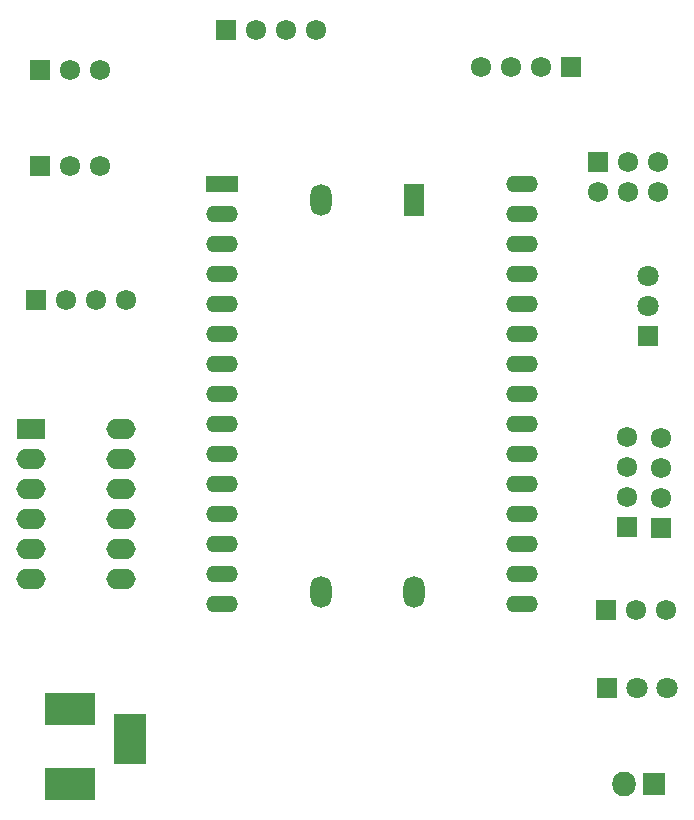
<source format=gbs>
G04*
G04 #@! TF.GenerationSoftware,Altium Limited,Altium Designer,22.10.1 (41)*
G04*
G04 Layer_Color=16711935*
%FSLAX44Y44*%
%MOMM*%
G71*
G04*
G04 #@! TF.SameCoordinates,8F1CFC92-A969-465F-A5A2-9E5291BB03E1*
G04*
G04*
G04 #@! TF.FilePolarity,Negative*
G04*
G01*
G75*
%ADD30R,2.7032X1.4032*%
%ADD31O,2.7032X1.4032*%
%ADD32O,1.8032X2.7032*%
%ADD33R,1.8032X2.7032*%
%ADD34C,1.7232*%
%ADD35R,1.7232X1.7232*%
%ADD36R,2.4892X1.7272*%
%ADD37O,2.4892X1.7272*%
%ADD38C,1.8032*%
%ADD39R,1.8032X1.8032*%
%ADD40R,1.7232X1.7232*%
%ADD41R,1.8032X1.8032*%
%ADD42R,1.9812X1.9812*%
%ADD43O,1.9812X2.1082*%
%ADD44R,2.7432X4.2672*%
%ADD45R,4.2672X2.7432*%
D30*
X181610Y598170D02*
D03*
D31*
Y572770D02*
D03*
Y547370D02*
D03*
Y521970D02*
D03*
Y496570D02*
D03*
Y471170D02*
D03*
Y445770D02*
D03*
Y420370D02*
D03*
Y394970D02*
D03*
Y369570D02*
D03*
Y344170D02*
D03*
Y318770D02*
D03*
Y293370D02*
D03*
Y267970D02*
D03*
Y242570D02*
D03*
X435610Y598170D02*
D03*
Y572770D02*
D03*
Y547370D02*
D03*
Y521970D02*
D03*
Y496570D02*
D03*
Y471170D02*
D03*
Y445770D02*
D03*
Y420370D02*
D03*
Y394970D02*
D03*
Y369570D02*
D03*
Y344170D02*
D03*
Y318770D02*
D03*
Y293370D02*
D03*
Y267970D02*
D03*
Y242570D02*
D03*
D32*
X265430Y252730D02*
D03*
X344170D02*
D03*
X265430Y584730D02*
D03*
D33*
X344170D02*
D03*
D34*
X78740Y694690D02*
D03*
X53340D02*
D03*
X532130Y237490D02*
D03*
X557530D02*
D03*
X553720Y332740D02*
D03*
Y358140D02*
D03*
Y383540D02*
D03*
X524928Y333048D02*
D03*
Y358448D02*
D03*
Y383848D02*
D03*
X452120Y697230D02*
D03*
X426720D02*
D03*
X401320D02*
D03*
X551180Y617220D02*
D03*
X525780D02*
D03*
X551180Y591820D02*
D03*
X525780D02*
D03*
X500380D02*
D03*
X49530Y500380D02*
D03*
X74930D02*
D03*
X100330D02*
D03*
X53340Y613410D02*
D03*
X78740D02*
D03*
X210820Y728980D02*
D03*
X236220D02*
D03*
X261620D02*
D03*
D35*
X27940Y694690D02*
D03*
X506730Y237490D02*
D03*
X477520Y697230D02*
D03*
X500380Y617220D02*
D03*
X24130Y500380D02*
D03*
X27940Y613410D02*
D03*
X185420Y728980D02*
D03*
D36*
X20320Y391160D02*
D03*
D37*
Y365760D02*
D03*
Y340360D02*
D03*
Y314960D02*
D03*
Y289560D02*
D03*
Y264160D02*
D03*
X96520D02*
D03*
Y289560D02*
D03*
Y391160D02*
D03*
Y365760D02*
D03*
Y340360D02*
D03*
Y314960D02*
D03*
D38*
X558800Y171450D02*
D03*
X533400D02*
D03*
X542290Y520700D02*
D03*
Y495300D02*
D03*
D39*
X508000Y171450D02*
D03*
D40*
X553720Y307340D02*
D03*
X524928Y307648D02*
D03*
D41*
X542290Y469900D02*
D03*
D42*
X547370Y90170D02*
D03*
D43*
X521970D02*
D03*
D44*
X104140Y128270D02*
D03*
D45*
X53340Y90170D02*
D03*
Y153670D02*
D03*
M02*

</source>
